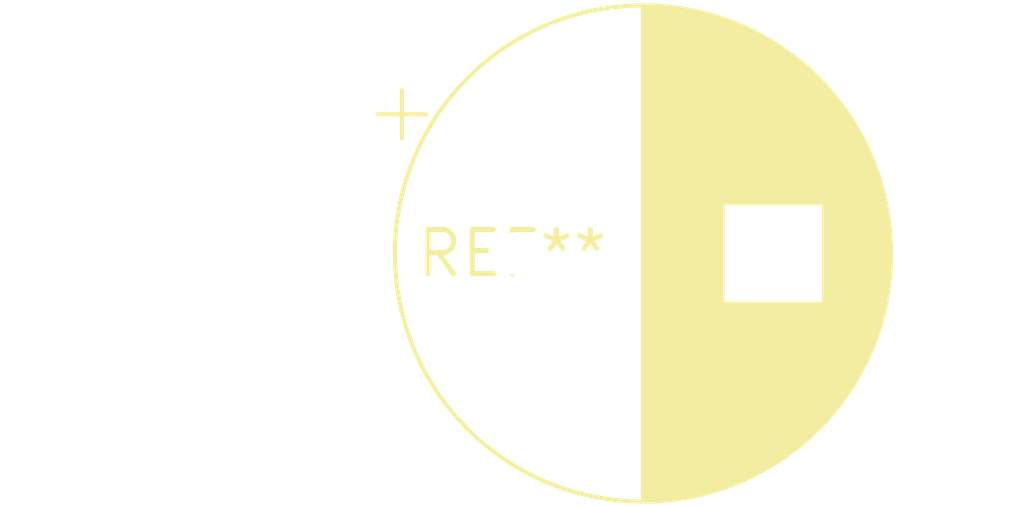
<source format=kicad_pcb>
(kicad_pcb (version 20240108) (generator pcbnew)
  (layers (0 "F.Cu" signal) (31 "B.Cu" signal) (34 "B.Paste" user) (35 "F.Paste" user) (36 "B.SilkS" user "B.Silkscreen") (37 "F.SilkS" user "F.Silkscreen") (38 "B.Mask" user) (39 "F.Mask" user) (44 "Edge.Cuts" user))
  (net 0 "")
  (footprint "CP_Radial_D14.0mm_P7.50mm" (layer "F.Cu") (at 0 0)
    (property "Reference" "REF**")
    (property "Value" "CP_Radial_D14.0mm_P7.50mm")
    (fp_line (start -3.869543 -3.995) (end -2.469543 -3.995) (layer "F.SilkS") (stroke (width 0.12)))
    (fp_line (start -3.169543 -4.695) (end -3.169543 -3.295) (layer "F.SilkS") (stroke (width 0.12)))
    (fp_line (start 3.75 -7.08) (end 3.75 7.08) (layer "F.SilkS") (stroke (width 0.12)))
    (fp_line (start 3.79 -7.08) (end 3.79 7.08) (layer "F.SilkS") (stroke (width 0.12)))
    (fp_line (start 3.83 -7.08) (end 3.83 7.08) (layer "F.SilkS") (stroke (width 0.12)))
    (fp_line (start 3.87 -7.079) (end 3.87 7.079) (layer "F.SilkS") (stroke (width 0.12)))
    (fp_line (start 3.91 -7.079) (end 3.91 7.079) (layer "F.SilkS") (stroke (width 0.12)))
    (fp_line (start 3.95 -7.078) (end 3.95 7.078) (layer "F.SilkS") (stroke (width 0.12)))
    (fp_line (start 3.99 -7.076) (end 3.99 7.076) (layer "F.SilkS") (stroke (width 0.12)))
    (fp_line (start 4.03 -7.075) (end 4.03 7.075) (layer "F.SilkS") (stroke (width 0.12)))
    (fp_line (start 4.07 -7.073) (end 4.07 7.073) (layer "F.SilkS") (stroke (width 0.12)))
    (fp_line (start 4.11 -7.071) (end 4.11 7.071) (layer "F.SilkS") (stroke (width 0.12)))
    (fp_line (start 4.15 -7.069) (end 4.15 7.069) (layer "F.SilkS") (stroke (width 0.12)))
    (fp_line (start 4.19 -7.067) (end 4.19 7.067) (layer "F.SilkS") (stroke (width 0.12)))
    (fp_line (start 4.23 -7.064) (end 4.23 7.064) (layer "F.SilkS") (stroke (width 0.12)))
    (fp_line (start 4.27 -7.061) (end 4.27 7.061) (layer "F.SilkS") (stroke (width 0.12)))
    (fp_line (start 4.31 -7.058) (end 4.31 7.058) (layer "F.SilkS") (stroke (width 0.12)))
    (fp_line (start 4.35 -7.055) (end 4.35 7.055) (layer "F.SilkS") (stroke (width 0.12)))
    (fp_line (start 4.39 -7.052) (end 4.39 7.052) (layer "F.SilkS") (stroke (width 0.12)))
    (fp_line (start 4.43 -7.048) (end 4.43 7.048) (layer "F.SilkS") (stroke (width 0.12)))
    (fp_line (start 4.471 -7.044) (end 4.471 7.044) (layer "F.SilkS") (stroke (width 0.12)))
    (fp_line (start 4.511 -7.04) (end 4.511 7.04) (layer "F.SilkS") (stroke (width 0.12)))
    (fp_line (start 4.551 -7.035) (end 4.551 7.035) (layer "F.SilkS") (stroke (width 0.12)))
    (fp_line (start 4.591 -7.031) (end 4.591 7.031) (layer "F.SilkS") (stroke (width 0.12)))
    (fp_line (start 4.631 -7.026) (end 4.631 7.026) (layer "F.SilkS") (stroke (width 0.12)))
    (fp_line (start 4.671 -7.021) (end 4.671 7.021) (layer "F.SilkS") (stroke (width 0.12)))
    (fp_line (start 4.711 -7.015) (end 4.711 7.015) (layer "F.SilkS") (stroke (width 0.12)))
    (fp_line (start 4.751 -7.01) (end 4.751 7.01) (layer "F.SilkS") (stroke (width 0.12)))
    (fp_line (start 4.791 -7.004) (end 4.791 7.004) (layer "F.SilkS") (stroke (width 0.12)))
    (fp_line (start 4.831 -6.998) (end 4.831 6.998) (layer "F.SilkS") (stroke (width 0.12)))
    (fp_line (start 4.871 -6.992) (end 4.871 6.992) (layer "F.SilkS") (stroke (width 0.12)))
    (fp_line (start 4.911 -6.985) (end 4.911 6.985) (layer "F.SilkS") (stroke (width 0.12)))
    (fp_line (start 4.951 -6.979) (end 4.951 6.979) (layer "F.SilkS") (stroke (width 0.12)))
    (fp_line (start 4.991 -6.972) (end 4.991 6.972) (layer "F.SilkS") (stroke (width 0.12)))
    (fp_line (start 5.031 -6.964) (end 5.031 6.964) (layer "F.SilkS") (stroke (width 0.12)))
    (fp_line (start 5.071 -6.957) (end 5.071 6.957) (layer "F.SilkS") (stroke (width 0.12)))
    (fp_line (start 5.111 -6.949) (end 5.111 6.949) (layer "F.SilkS") (stroke (width 0.12)))
    (fp_line (start 5.151 -6.942) (end 5.151 6.942) (layer "F.SilkS") (stroke (width 0.12)))
    (fp_line (start 5.191 -6.933) (end 5.191 6.933) (layer "F.SilkS") (stroke (width 0.12)))
    (fp_line (start 5.231 -6.925) (end 5.231 6.925) (layer "F.SilkS") (stroke (width 0.12)))
    (fp_line (start 5.271 -6.916) (end 5.271 6.916) (layer "F.SilkS") (stroke (width 0.12)))
    (fp_line (start 5.311 -6.907) (end 5.311 6.907) (layer "F.SilkS") (stroke (width 0.12)))
    (fp_line (start 5.351 -6.898) (end 5.351 6.898) (layer "F.SilkS") (stroke (width 0.12)))
    (fp_line (start 5.391 -6.889) (end 5.391 6.889) (layer "F.SilkS") (stroke (width 0.12)))
    (fp_line (start 5.431 -6.879) (end 5.431 6.879) (layer "F.SilkS") (stroke (width 0.12)))
    (fp_line (start 5.471 -6.87) (end 5.471 6.87) (layer "F.SilkS") (stroke (width 0.12)))
    (fp_line (start 5.511 -6.86) (end 5.511 6.86) (layer "F.SilkS") (stroke (width 0.12)))
    (fp_line (start 5.551 -6.849) (end 5.551 6.849) (layer "F.SilkS") (stroke (width 0.12)))
    (fp_line (start 5.591 -6.839) (end 5.591 6.839) (layer "F.SilkS") (stroke (width 0.12)))
    (fp_line (start 5.631 -6.828) (end 5.631 6.828) (layer "F.SilkS") (stroke (width 0.12)))
    (fp_line (start 5.671 -6.817) (end 5.671 6.817) (layer "F.SilkS") (stroke (width 0.12)))
    (fp_line (start 5.711 -6.805) (end 5.711 6.805) (layer "F.SilkS") (stroke (width 0.12)))
    (fp_line (start 5.751 -6.794) (end 5.751 6.794) (layer "F.SilkS") (stroke (width 0.12)))
    (fp_line (start 5.791 -6.782) (end 5.791 6.782) (layer "F.SilkS") (stroke (width 0.12)))
    (fp_line (start 5.831 -6.77) (end 5.831 6.77) (layer "F.SilkS") (stroke (width 0.12)))
    (fp_line (start 5.871 -6.758) (end 5.871 6.758) (layer "F.SilkS") (stroke (width 0.12)))
    (fp_line (start 5.911 -6.745) (end 5.911 6.745) (layer "F.SilkS") (stroke (width 0.12)))
    (fp_line (start 5.951 -6.732) (end 5.951 6.732) (layer "F.SilkS") (stroke (width 0.12)))
    (fp_line (start 5.991 -6.719) (end 5.991 6.719) (layer "F.SilkS") (stroke (width 0.12)))
    (fp_line (start 6.031 -6.706) (end 6.031 6.706) (layer "F.SilkS") (stroke (width 0.12)))
    (fp_line (start 6.071 -6.692) (end 6.071 -1.44) (layer "F.SilkS") (stroke (width 0.12)))
    (fp_line (start 6.071 1.44) (end 6.071 6.692) (layer "F.SilkS") (stroke (width 0.12)))
    (fp_line (start 6.111 -6.678) (end 6.111 -1.44) (layer "F.SilkS") (stroke (width 0.12)))
    (fp_line (start 6.111 1.44) (end 6.111 6.678) (layer "F.SilkS") (stroke (width 0.12)))
    (fp_line (start 6.151 -6.664) (end 6.151 -1.44) (layer "F.SilkS") (stroke (width 0.12)))
    (fp_line (start 6.151 1.44) (end 6.151 6.664) (layer "F.SilkS") (stroke (width 0.12)))
    (fp_line (start 6.191 -6.649) (end 6.191 -1.44) (layer "F.SilkS") (stroke (width 0.12)))
    (fp_line (start 6.191 1.44) (end 6.191 6.649) (layer "F.SilkS") (stroke (width 0.12)))
    (fp_line (start 6.231 -6.635) (end 6.231 -1.44) (layer "F.SilkS") (stroke (width 0.12)))
    (fp_line (start 6.231 1.44) (end 6.231 6.635) (layer "F.SilkS") (stroke (width 0.12)))
    (fp_line (start 6.271 -6.62) (end 6.271 -1.44) (layer "F.SilkS") (stroke (width 0.12)))
    (fp_line (start 6.271 1.44) (end 6.271 6.62) (layer "F.SilkS") (stroke (width 0.12)))
    (fp_line (start 6.311 -6.604) (end 6.311 -1.44) (layer "F.SilkS") (stroke (width 0.12)))
    (fp_line (start 6.311 1.44) (end 6.311 6.604) (layer "F.SilkS") (stroke (width 0.12)))
    (fp_line (start 6.351 -6.589) (end 6.351 -1.44) (layer "F.SilkS") (stroke (width 0.12)))
    (fp_line (start 6.351 1.44) (end 6.351 6.589) (layer "F.SilkS") (stroke (width 0.12)))
    (fp_line (start 6.391 -6.573) (end 6.391 -1.44) (layer "F.SilkS") (stroke (width 0.12)))
    (fp_line (start 6.391 1.44) (end 6.391 6.573) (layer "F.SilkS") (stroke (width 0.12)))
    (fp_line (start 6.431 -6.557) (end 6.431 -1.44) (layer "F.SilkS") (stroke (width 0.12)))
    (fp_line (start 6.431 1.44) (end 6.431 6.557) (layer "F.SilkS") (stroke (width 0.12)))
    (fp_line (start 6.471 -6.54) (end 6.471 -1.44) (layer "F.SilkS") (stroke (width 0.12)))
    (fp_line (start 6.471 1.44) (end 6.471 6.54) (layer "F.SilkS") (stroke (width 0.12)))
    (fp_line (start 6.511 -6.524) (end 6.511 -1.44) (layer "F.SilkS") (stroke (width 0.12)))
    (fp_line (start 6.511 1.44) (end 6.511 6.524) (layer "F.SilkS") (stroke (width 0.12)))
    (fp_line (start 6.551 -6.507) (end 6.551 -1.44) (layer "F.SilkS") (stroke (width 0.12)))
    (fp_line (start 6.551 1.44) (end 6.551 6.507) (layer "F.SilkS") (stroke (width 0.12)))
    (fp_line (start 6.591 -6.49) (end 6.591 -1.44) (layer "F.SilkS") (stroke (width 0.12)))
    (fp_line (start 6.591 1.44) (end 6.591 6.49) (layer "F.SilkS") (stroke (width 0.12)))
    (fp_line (start 6.631 -6.472) (end 6.631 -1.44) (layer "F.SilkS") (stroke (width 0.12)))
    (fp_line (start 6.631 1.44) (end 6.631 6.472) (layer "F.SilkS") (stroke (width 0.12)))
    (fp_line (start 6.671 -6.454) (end 6.671 -1.44) (layer "F.SilkS") (stroke (width 0.12)))
    (fp_line (start 6.671 1.44) (end 6.671 6.454) (layer "F.SilkS") (stroke (width 0.12)))
    (fp_line (start 6.711 -6.436) (end 6.711 -1.44) (layer "F.SilkS") (stroke (width 0.12)))
    (fp_line (start 6.711 1.44) (end 6.711 6.436) (layer "F.SilkS") (stroke (width 0.12)))
    (fp_line (start 6.751 -6.418) (end 6.751 -1.44) (layer "F.SilkS") (stroke (width 0.12)))
    (fp_line (start 6.751 1.44) (end 6.751 6.418) (layer "F.SilkS") (stroke (width 0.12)))
    (fp_line (start 6.791 -6.399) (end 6.791 -1.44) (layer "F.SilkS") (stroke (width 0.12)))
    (fp_line (start 6.791 1.44) (end 6.791 6.399) (layer "F.SilkS") (stroke (width 0.12)))
    (fp_line (start 6.831 -6.38) (end 6.831 -1.44) (layer "F.SilkS") (stroke (width 0.12)))
    (fp_line (start 6.831 1.44) (end 6.831 6.38) (layer "F.SilkS") (stroke (width 0.12)))
    (fp_line (start 6.871 -6.36) (end 6.871 -1.44) (layer "F.SilkS") (stroke (width 0.12)))
    (fp_line (start 6.871 1.44) (end 6.871 6.36) (layer "F.SilkS") (stroke (width 0.12)))
    (fp_line (start 6.911 -6.341) (end 6.911 -1.44) (layer "F.SilkS") (stroke (width 0.12)))
    (fp_line (start 6.911 1.44) (end 6.911 6.341) (layer "F.SilkS") (stroke (width 0.12)))
    (fp_line (start 6.951 -6.321) (end 6.951 -1.44) (layer "F.SilkS") (stroke (width 0.12)))
    (fp_line (start 6.951 1.44) (end 6.951 6.321) (layer "F.SilkS") (stroke (width 0.12)))
    (fp_line (start 6.991 -6.301) (end 6.991 -1.44) (layer "F.SilkS") (stroke (width 0.12)))
    (fp_line (start 6.991 1.44) (end 6.991 6.301) (layer "F.SilkS") (stroke (width 0.12)))
    (fp_line (start 7.031 -6.28) (end 7.031 -1.44) (layer "F.SilkS") (stroke (width 0.12)))
    (fp_line (start 7.031 1.44) (end 7.031 6.28) (layer "F.SilkS") (stroke (width 0.12)))
    (fp_line (start 7.071 -6.259) (end 7.071 -1.44) (layer "F.SilkS") (stroke (width 0.12)))
    (fp_line (start 7.071 1.44) (end 7.071 6.259) (layer "F.SilkS") (stroke (width 0.12)))
    (fp_line (start 7.111 -6.238) (end 7.111 -1.44) (layer "F.SilkS") (stroke (width 0.12)))
    (fp_line (start 7.111 1.44) (end 7.111 6.238) (layer "F.SilkS") (stroke (width 0.12)))
    (fp_line (start 7.151 -6.216) (end 7.151 -1.44) (layer "F.SilkS") (stroke (width 0.12)))
    (fp_line (start 7.151 1.44) (end 7.151 6.216) (layer "F.SilkS") (stroke (width 0.12)))
    (fp_line (start 7.191 -6.194) (end 7.191 -1.44) (layer "F.SilkS") (stroke (width 0.12)))
    (fp_line (start 7.191 1.44) (end 7.191 6.194) (layer "F.SilkS") (stroke (width 0.12)))
    (fp_line (start 7.231 -6.172) (end 7.231 -1.44) (layer "F.SilkS") (stroke (width 0.12)))
    (fp_line (start 7.231 1.44) (end 7.231 6.172) (layer "F.SilkS") (stroke (width 0.12)))
    (fp_line (start 7.271 -6.15) (end 7.271 -1.44) (layer "F.SilkS") (stroke (width 0.12)))
    (fp_line (start 7.271 1.44) (end 7.271 6.15) (layer "F.SilkS") (stroke (width 0.12)))
    (fp_line (start 7.311 -6.127) (end 7.311 -1.44) (layer "F.SilkS") (stroke (width 0.12)))
    (fp_line (start 7.311 1.44) (end 7.311 6.127) (layer "F.SilkS") (stroke (width 0.12)))
    (fp_line (start 7.351 -6.103) (end 7.351 -1.44) (layer "F.SilkS") (stroke (width 0.12)))
    (fp_line (start 7.351 1.44) (end 7.351 6.103) (layer "F.SilkS") (stroke (width 0.12)))
    (fp_line (start 7.391 -6.08) (end 7.391 -1.44) (layer "F.SilkS") (stroke (width 0.12)))
    (fp_line (start 7.391 1.44) (end 7.391 6.08) (layer "F.SilkS") (stroke (width 0.12)))
    (fp_line (start 7.431 -6.056) (end 7.431 -1.44) (layer "F.SilkS") (stroke (width 0.12)))
    (fp_line (start 7.431 1.44) (end 7.431 6.056) (layer "F.SilkS") (stroke (width 0.12)))
    (fp_line (start 7.471 -6.031) (end 7.471 -1.44) (layer "F.SilkS") (stroke (width 0.12)))
    (fp_line (start 7.471 1.44) (end 7.471 6.031) (layer "F.SilkS") (stroke (width 0.12)))
    (fp_line (start 7.511 -6.007) (end 7.511 -1.44) (layer "F.SilkS") (stroke (width 0.12)))
    (fp_line (start 7.511 1.44) (end 7.511 6.007) (layer "F.SilkS") (stroke (width 0.12)))
    (fp_line (start 7.551 -5.982) (end 7.551 -1.44) (layer "F.SilkS") (stroke (width 0.12)))
    (fp_line (start 7.551 1.44) (end 7.551 5.982) (layer "F.SilkS") (stroke (width 0.12)))
    (fp_line (start 7.591 -5.956) (end 7.591 -1.44) (layer "F.SilkS") (stroke (width 0.12)))
    (fp_line (start 7.591 1.44) (end 7.591 5.956) (layer "F.SilkS") (stroke (width 0.12)))
    (fp_line (start 7.631 -5.93) (end 7.631 -1.44) (layer "F.SilkS") (stroke (width 0.12)))
    (fp_line (start 7.631 1.44) (end 7.631 5.93) (layer "F.SilkS") (stroke (width 0.12)))
    (fp_line (start 7.671 -5.904) (end 7.671 -1.44) (layer "F.SilkS") (stroke (width 0.12)))
    (fp_line (start 7.671 1.44) (end 7.671 5.904) (layer "F.SilkS") (stroke (width 0.12)))
    (fp_line (start 7.711 -5.878) (end 7.711 -1.44) (layer "F.SilkS") (stroke (width 0.12)))
    (fp_line (start 7.711 1.44) (end 7.711 5.878) (layer "F.SilkS") (stroke (width 0.12)))
    (fp_line (start 7.751 -5.851) (end 7.751 -1.44) (layer "F.SilkS") (stroke (width 0.12)))
    (fp_line (start 7.751 1.44) (end 7.751 5.851) (layer "F.SilkS") (stroke (width 0.12)))
    (fp_line (start 7.791 -5.823) (end 7.791 -1.44) (layer "F.SilkS") (stroke (width 0.12)))
    (fp_line (start 7.791 1.44) (end 7.791 5.823) (layer "F.SilkS") (stroke (width 0.12)))
    (fp_line (start 7.831 -5.796) (end 7.831 -1.44) (layer "F.SilkS") (stroke (width 0.12)))
    (fp_line (start 7.831 1.44) (end 7.831 5.796) (layer "F.SilkS") (stroke (width 0.12)))
    (fp_line (start 7.871 -5.767) (end 7.871 -1.44) (layer "F.SilkS") (stroke (width 0.12)))
    (fp_line (start 7.871 1.44) (end 7.871 5.767) (layer "F.SilkS") (stroke (width 0.12)))
    (fp_line (start 7.911 -5.739) (end 7.911 -1.44) (layer "F.SilkS") (stroke (width 0.12)))
    (fp_line (start 7.911 1.44) (end 7.911 5.739) (layer "F.SilkS") (stroke (width 0.12)))
    (fp_line (start 7.951 -5.71) (end 7.951 -1.44) (layer "F.SilkS") (stroke (width 0.12)))
    (fp_line (start 7.951 1.44) (end 7.951 5.71) (layer "F.SilkS") (stroke (width 0.12)))
    (fp_line (start 7.991 -5.68) (end 7.991 -1.44) (layer "F.SilkS") (stroke (width 0.12)))
    (fp_line (start 7.991 1.44) (end 7.991 5.68) (layer "F.SilkS") (stroke (width 0.12)))
    (fp_line (start 8.031 -5.65) (end 8.031 -1.44) (layer "F.SilkS") (stroke (width 0.12)))
    (fp_line (start 8.031 1.44) (end 8.031 5.65) (layer "F.SilkS") (stroke (width 0.12)))
    (fp_line (start 8.071 -5.62) (end 8.071 -1.44) (layer "F.SilkS") (stroke (width 0.12)))
    (fp_line (start 8.071 1.44) (end 8.071 5.62) (layer "F.SilkS") (stroke (width 0.12)))
    (fp_line (start 8.111 -5.589) (end 8.111 -1.44) (layer "F.SilkS") (stroke (width 0.12)))
    (fp_line (start 8.111 1.44) (end 8.111 5.589) (layer "F.SilkS") (stroke (width 0.12)))
    (fp_line (start 8.151 -5.558) (end 8.151 -1.44) (layer "F.SilkS") (stroke (width 0.12)))
    (fp_line (start 8.151 1.44) (end 8.151 5.558) (layer "F.SilkS") (stroke (width 0.12)))
    (fp_line (start 8.191 -5.527) (end 8.191 -1.44) (layer "F.SilkS") (stroke (width 0.12)))
    (fp_line (start 8.191 1.44) (end 8.191 5.527) (layer "F.SilkS") (stroke (width 0.12)))
    (fp_line (start 8.231 -5.494) (end 8.231 -1.44) (layer "F.SilkS") (stroke (width 0.12)))
    (fp_line (start 8.231 1.44) (end 8.231 5.494) (layer "F.SilkS") (stroke (width 0.12)))
    (fp_line (start 8.271 -5.462) (end 8.271 -1.44) (layer "F.SilkS") (stroke (width 0.12)))
    (fp_line (start 8.271 1.44) (end 8.271 5.462) (layer "F.SilkS") (stroke (width 0.12)))
    (fp_line (start 8.311 -5.429) (end 8.311 -1.44) (layer "F.SilkS") (stroke (width 0.12)))
    (fp_line (start 8.311 1.44) (end 8.311 5.429) (layer "F.SilkS") (stroke (width 0.12)))
    (fp_line (start 8.351 -5.395) (end 8.351 -1.44) (layer "F.SilkS") (stroke (width 0.12)))
    (fp_line (start 8.351 1.44) (end 8.351 5.395) (layer "F.SilkS") (stroke (width 0.12)))
    (fp_line (start 8.391 -5.361) (end 8.391 -1.44) (layer "F.SilkS") (stroke (width 0.12)))
    (fp_line (start 8.391 1.44) (end 8.391 5.361) (layer "F.SilkS") (stroke (width 0.12)))
    (fp_line (start 8.431 -5.326) (end 8.431 -1.44) (layer "F.SilkS") (stroke (width 0.12)))
    (fp_line (start 8.431 1.44) (end 8.431 5.326) (layer "F.SilkS") (stroke (width 0.12)))
    (fp_line (start 8.471 -5.291) (end 8.471 -1.44) (layer "F.SilkS") (stroke (width 0.12)))
    (fp_line (start 8.471 1.44) (end 8.471 5.291) (layer "F.SilkS") (stroke (width 0.12)))
    (fp_line (start 8.511 -5.255) (end 8.511 -1.44) (layer "F.SilkS") (stroke (width 0.12)))
    (fp_line (start 8.511 1.44) (end 8.511 5.255) (layer "F.SilkS") (stroke (width 0.12)))
    (fp_line (start 8.551 -5.219) (end 8.551 -1.44) (layer "F.SilkS") (stroke (width 0.12)))
    (fp_line (start 8.551 1.44) (end 8.551 5.219) (layer "F.SilkS") (stroke (width 0.12)))
    (fp_line (start 8.591 -5.182) (end 8.591 -1.44) (layer "F.SilkS") (stroke (width 0.12)))
    (fp_line (start 8.591 1.44) (end 8.591 5.182) (layer "F.SilkS") (stroke (width 0.12)))
    (fp_line (start 8.631 -5.145) (end 8.631 -1.44) (layer "F.SilkS") (stroke (width 0.12)))
    (fp_line (start 8.631 1.44) (end 8.631 5.145) (layer "F.SilkS") (stroke (width 0.12)))
    (fp_line (start 8.671 -5.107) (end 8.671 -1.44) (layer "F.SilkS") (stroke (width 0.12)))
    (fp_line (start 8.671 1.44) (end 8.671 5.107) (layer "F.SilkS") (stroke (width 0.12)))
    (fp_line (start 8.711 -5.069) (end 8.711 -1.44) (layer "F.SilkS") (stroke (width 0.12)))
    (fp_line (start 8.711 1.44) (end 8.711 5.069) (layer "F.SilkS") (stroke (width 0.12)))
    (fp_line (start 8.751 -5.029) (end 8.751 -1.44) (layer "F.SilkS") (stroke (width 0.12)))
    (fp_line (start 8.751 1.44) (end 8.751 5.029) (layer "F.SilkS") (stroke (width 0.12)))
    (fp_line (start 8.791 -4.99) (end 8.791 -1.44) (layer "F.SilkS") (stroke (width 0.12)))
    (fp_line (start 8.791 1.44) (end 8.791 4.99) (layer "F.SilkS") (stroke (width 0.12)))
    (fp_line (start 8.831 -4.949) (end 8.831 -1.44) (layer "F.SilkS") (stroke (width 0.12)))
    (fp_line (start 8.831 1.44) (end 8.831 4.949) (layer "F.SilkS") (stroke (width 0.12)))
    (fp_line (start 8.871 -4.908) (end 8.871 -1.44) (layer "F.SilkS") (stroke (width 0.12)))
    (fp_line (start 8.871 1.44) (end 8.871 4.908) (layer "F.SilkS") (stroke (width 0.12)))
    (fp_line (start 8.911 -4.866) (end 8.911 -1.44) (layer "F.SilkS") (stroke (width 0.12)))
    (fp_line (start 8.911 1.44) (end 8.911 4.866) (layer "F.SilkS") (stroke (width 0.12)))
    (fp_line (start 8.951 -4.824) (end 8.951 4.824) (layer "F.SilkS") (stroke (width 0.12)))
    (fp_line (start 8.991 -4.781) (end 8.991 4.781) (layer "F.SilkS") (stroke (width 0.12)))
    (fp_line (start 9.031 -4.737) (end 9.031 4.737) (layer "F.SilkS") (stroke (width 0.12)))
    (fp_line (start 9.071 -4.693) (end 9.071 4.693) (layer "F.SilkS") (stroke (width 0.12)))
    (fp_line (start 9.111 -4.647) (end 9.111 4.647) (layer "F.SilkS") (stroke (width 0.12)))
    (fp_line (start 9.151 -4.601) (end 9.151 4.601) (layer "F.SilkS") (stroke (width 0.12)))
    (fp_line (start 9.191 -4.554) (end 9.191 4.554) (layer "F.SilkS") (stroke (width 0.12)))
    (fp_line (start 9.231 -4.506) (end 9.231 4.506) (layer "F.SilkS") (stroke (width 0.12)))
    (fp_line (start 9.271 -4.458) (end 9.271 4.458) (layer "F.SilkS") (stroke (width 0.12)))
    (fp_line (start 9.311 -4.408) (end 9.311 4.408) (layer "F.SilkS") (stroke (width 0.12)))
    (fp_line (start 9.351 -4.358) (end 9.351 4.358) (layer "F.SilkS") (stroke (width 0.12)))
    (fp_line (start 9.391 -4.306) (end 9.391 4.306) (layer "F.SilkS") (stroke (width 0.12)))
    (fp_line (start 9.431 -4.254) (end 9.431 4.254) (layer "F.SilkS") (stroke (width 0.12)))
    (fp_line (start 9.471 -4.2) (end 9.471 4.2) (layer "F.SilkS") (stroke (width 0.12)))
    (fp_line (start 9.511 -4.146) (end 9.511 4.146) (layer "F.SilkS") (stroke (width 0.12)))
    (fp_line (start 9.551 -4.09) (end 9.551 4.09) (layer "F.SilkS") (stroke (width 0.12)))
    (fp_line (start 9.591 -4.033) (end 9.591 4.033) (layer "F.SilkS") (stroke (width 0.12)))
    (fp_line (start 9.631 -3.975) (end 9.631 3.975) (layer "F.SilkS") (stroke (width 0.12)))
    (fp_line (start 9.671 -3.916) (end 9.671 3.916) (layer "F.SilkS") (stroke (width 0.12)))
    (fp_line (start 9.711 -3.856) (end 9.711 3.856) (layer "F.SilkS") (stroke (width 0.12)))
    (fp_line (start 9.751 -3.794) (end 9.751 3.794) (layer "F.SilkS") (stroke (width 0.12)))
    (fp_line (start 9.791 -3.73) (end 9.791 3.73) (layer "F.SilkS") (stroke (width 0.12)))
    (fp_line (start 9.831 -3.666) (end 9.831 3.666) (layer "F.SilkS") (stroke (width 0.12)))
    (fp_line (start 9.871 -3.599) (end 9.871 3.599) (layer "F.SilkS") (stroke (width 0.12)))
    (fp_line (start 9.911 -3.531) (end 9.911 3.531) (layer "F.SilkS") (stroke (width 0.12)))
    (fp_line (start 9.951 -3.461) (end 9.951 3.461) (layer "F.SilkS") (stroke (width 0.12)))
    (fp_line (start 9.991 -3.389) (end 9.991 3.389) (layer "F.SilkS") (stroke (width 0.12)))
    (fp_line (start 10.031 -3.315) (end 10.031 3.315) (layer "F.SilkS") (stroke (width 0.12)))
    (fp_line (start 10.071 -3.24) (end 10.071 3.24) (layer "F.SilkS") (stroke (width 0.12)))
    (fp_line (start 10.111 -3.161) (end 10.111 3.161) (layer "F.SilkS") (stroke (width 0.12)))
    (fp_line (start 10.151 -3.08) (end 10.151 3.08) (layer "F.SilkS") (stroke (width 0.12)))
    (fp_line (start 10.191 -2.997) (end 10.191 2.997) (layer "F.SilkS") (stroke (width 0.12)))
    (fp_line (start 10.231 -2.911) (end 10.231 2.911) (layer "F.SilkS") (stroke (width 0.12)))
    (fp_line (start 10.271 -2.821) (end 10.271 2.821) (layer "F.SilkS") (stroke (width 0.12)))
    (fp_line (start 10.311 -2.728) (end 10.311 2.728) (layer "F.SilkS") (stroke (width 0.12)))
    (fp_line (start 10.351 -2.632) (end 10.351 2.632) (layer "F.SilkS") (stroke (width 0.12)))
    (fp_line (start 10.391 -2.53) (end 10.391 2.53) (layer "F.SilkS") (stroke (width 0.12)))
    (fp_line (start 10.431 -2.425) (end 10.431 2.425) (layer "F.SilkS") (stroke (width 0.12)))
    (fp_line (start 10.471 -2.313) (end 10.471 2.313) (layer "F.SilkS") (stroke (width 0.12)))
    (fp_line (start 10.511 -2.196) (end 10.511 2.196) (layer "F.SilkS") (stroke (width 0.12)))
    (fp_line (start 10.551 -2.071) (end 10.551 2.071) (layer "F.SilkS") (stroke (width 0.12)))
    (fp_line (start 10.591 -1.938) (end 10.591 1.938) (layer "F.SilkS") (stroke (width 0.12)))
    (fp_line (start 10.631 -1.794) (end 10.631 1.794) (layer "F.SilkS") (stroke (width 0.12)))
    (fp_line (start 10.671 -1.636) (end 10.671 1.636) (layer "F.SilkS") (stroke (width 0.12)))
    (fp_line (start 10.711 -1.461) (end 10.711 1.461) (layer "F.SilkS") (stroke (width 0.12)))
    (fp_line (start 10.751 -1.262) (end 10.751 1.262) (layer "F.SilkS") (stroke (width 0.12)))
    (fp_line (start 10.791 -1.025) (end 10.791 1.025) (layer "F.SilkS") (stroke (width 0.12)))
    (fp_line (start 10.831 -0.714) (end 10.831 0.714) (layer "F.SilkS") (stroke (width 0.12)))
    (fp_circle (center 3.75 0) (end 10.87 0) (layer "F.SilkS") (stroke (width 0.12)) (fill none))
    (pad "1" thru_hole rect (at 0 0) (size 2.4 2.4) (drill 1.2) (layers *.Cu *.Mask) (remove_unused_layers))
    (pad "2" thru_hole circle (at 7.5 0) (size 2.4 2.4) (drill 1.2) (layers *.Cu *.Mask) (remove_unused_layers))
  )
)
</source>
